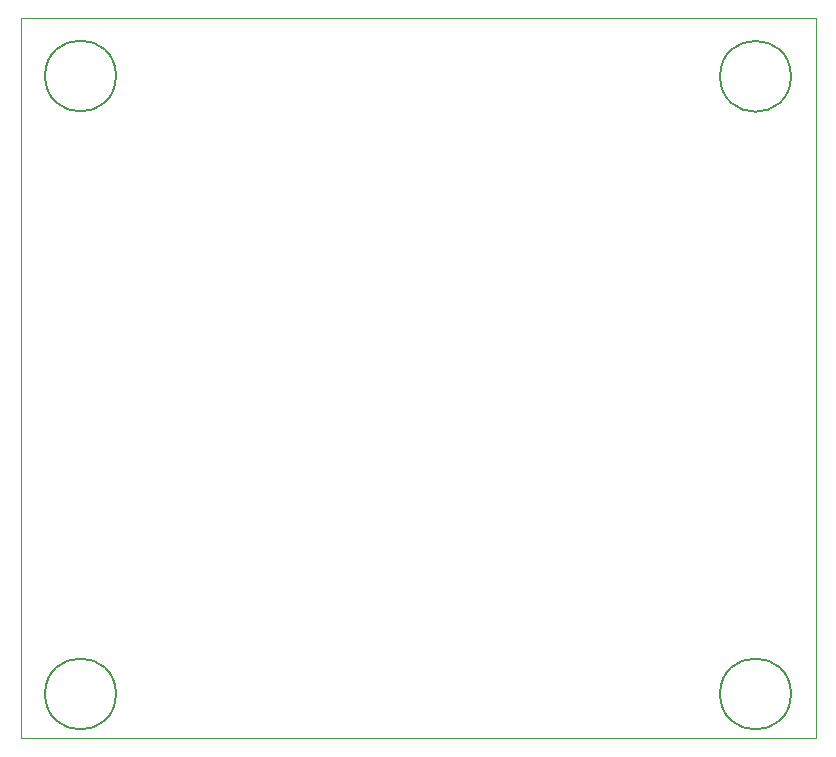
<source format=gbr>
%TF.GenerationSoftware,KiCad,Pcbnew,7.0.5*%
%TF.CreationDate,2023-06-30T21:32:19-07:00*%
%TF.ProjectId,ECE 299 - Radio Clock,45434520-3239-4392-902d-20526164696f,rev?*%
%TF.SameCoordinates,Original*%
%TF.FileFunction,Profile,NP*%
%FSLAX46Y46*%
G04 Gerber Fmt 4.6, Leading zero omitted, Abs format (unit mm)*
G04 Created by KiCad (PCBNEW 7.0.5) date 2023-06-30 21:32:20*
%MOMM*%
%LPD*%
G01*
G04 APERTURE LIST*
%TA.AperFunction,Profile*%
%ADD10C,0.200000*%
%TD*%
%TA.AperFunction,Profile*%
%ADD11C,0.100000*%
%TD*%
G04 APERTURE END LIST*
D10*
X187150000Y-104188000D02*
G75*
G03*
X187150000Y-104188000I-3000000J0D01*
G01*
X130000000Y-51864000D02*
G75*
G03*
X130000000Y-51864000I-3000000J0D01*
G01*
X187150000Y-51895000D02*
G75*
G03*
X187150000Y-51895000I-3000000J0D01*
G01*
D11*
X121920000Y-46990000D02*
X189230000Y-46990000D01*
X189230000Y-107950000D01*
X121920000Y-107950000D01*
X121920000Y-46990000D01*
D10*
X130000000Y-104188000D02*
G75*
G03*
X130000000Y-104188000I-3000000J0D01*
G01*
M02*

</source>
